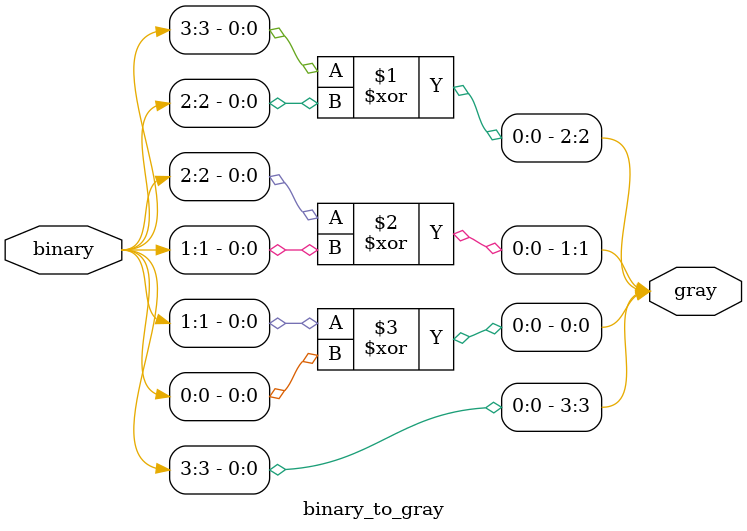
<source format=v>
`timescale 1ns/1ns

module binary_to_gray #(parameter WIDTH = 4)
 ( binary , gray );
input [WIDTH-1:0] binary ;
output [WIDTH-1:0] gray ;


assign gray[3] = binary[3];
assign gray[2] = binary[3] ^ binary[2];
assign gray[1] = binary[2] ^ binary[1];
assign gray[0] = binary[1] ^ binary[0]; 

endmodule

</source>
